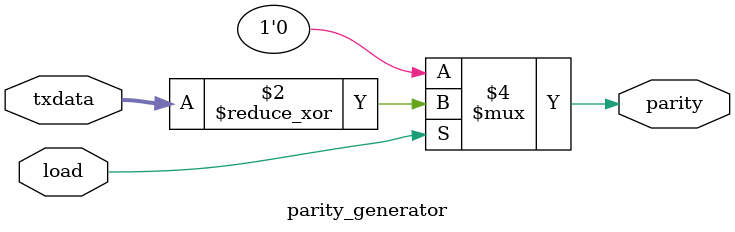
<source format=v>
`timescale 1ns / 1ps


module parity_generator #(parameter size = 4)(parity, load, txdata);
input load;
input [size-1:0] txdata;
output  reg parity;

always@ (*)
begin
 if(load)
  parity <= ^txdata;
 else 
  parity <= 1'b0;

end

endmodule


</source>
